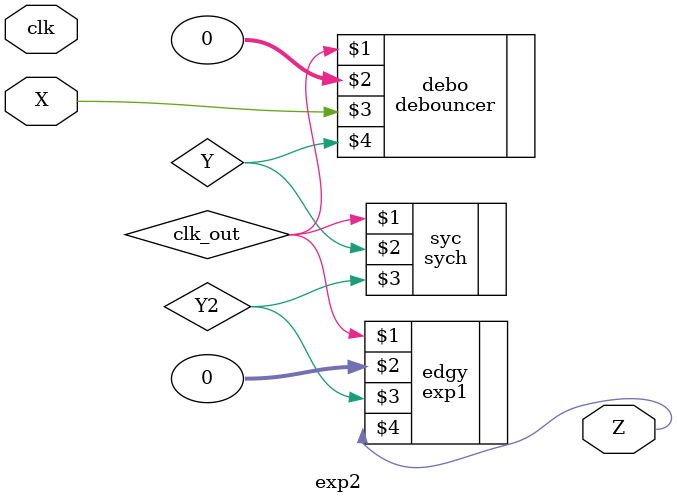
<source format=v>
`timescale 1ns / 1ps


module exp2(
    input clk,X, 
    output Z
    );
    wire clk_out;
    wire Y;
    wire Y2;
    debouncer debo(clk_out,0,X,Y);
    sych syc(clk_out,Y,Y2);
    exp1 edgy(clk_out,0,Y2,Z);
    
endmodule

</source>
